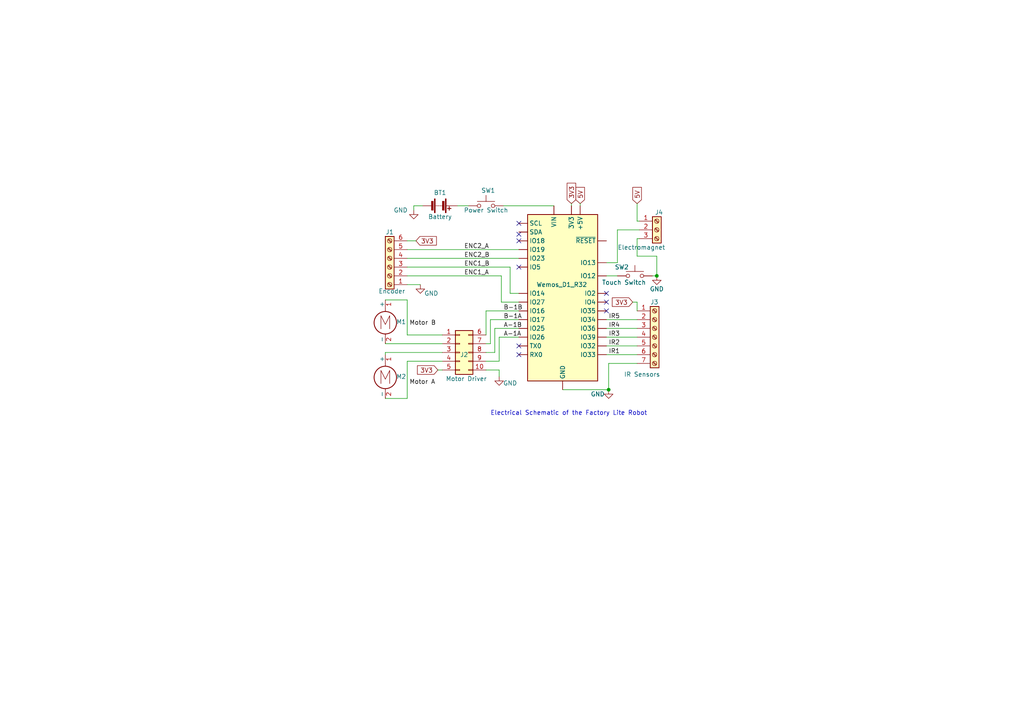
<source format=kicad_sch>
(kicad_sch (version 20211123) (generator eeschema)
  (paper "A4")
  (title_block (title "Factory Lite Robot") (comment 4 "Author: S M Firoj Mahmud"))
  (lib_symbols
    (symbol "Connector:Screw_Terminal_01x03" (pin_names (offset 1.016) hide)
      (property "Reference" "J" (at 0 5.08 0))
      (property "Value" "Screw_Terminal_01x03" (at 0 -5.08 0))
      (symbol "Screw_Terminal_01x03_1_1"
        (rectangle (start -1.27 3.81) (end 1.27 -3.81) (stroke (width 0.254)) (fill (type background)))
        (circle (center 0 -2.54) (radius 0.635) (stroke (width 0.1524)))
        (polyline (pts (xy -0.5334 -2.2098) (xy 0.3302 -3.048)) (stroke (width 0.1524)))
        (polyline (pts (xy -0.5334 0.3302) (xy 0.3302 -0.508)) (stroke (width 0.1524)))
        (polyline (pts (xy -0.5334 2.8702) (xy 0.3302 2.032)) (stroke (width 0.1524)))
        (polyline (pts (xy -0.3556 -2.032) (xy 0.508 -2.8702)) (stroke (width 0.1524)))
        (polyline (pts (xy -0.3556 0.508) (xy 0.508 -0.3302)) (stroke (width 0.1524)))
        (polyline (pts (xy -0.3556 3.048) (xy 0.508 2.2098)) (stroke (width 0.1524)))
        (circle (center 0 0) (radius 0.635) (stroke (width 0.1524)))
        (circle (center 0 2.54) (radius 0.635) (stroke (width 0.1524)))
        (pin passive line (at -5.08 2.54 0) (length 3.81) (name "Pin_1") (number "1"))
        (pin passive line (at -5.08 0 0) (length 3.81) (name "Pin_2") (number "2"))
        (pin passive line (at -5.08 -2.54 0) (length 3.81) (name "Pin_3") (number "3"))
      )
    )
    (symbol "Connector:Screw_Terminal_01x06" (pin_names (offset 1.016) hide)
      (property "Reference" "J" (at 0 7.62 0))
      (property "Value" "Screw_Terminal_01x06" (at 0 -10.16 0))
      (symbol "Screw_Terminal_01x06_1_1"
        (rectangle (start -1.27 6.35) (end 1.27 -8.89) (stroke (width 0.254)) (fill (type background)))
        (circle (center 0 -7.62) (radius 0.635) (stroke (width 0.1524)))
        (circle (center 0 -5.08) (radius 0.635) (stroke (width 0.1524)))
        (circle (center 0 -2.54) (radius 0.635) (stroke (width 0.1524)))
        (polyline (pts (xy -0.5334 -7.2898) (xy 0.3302 -8.128)) (stroke (width 0.1524)))
        (polyline (pts (xy -0.5334 -4.7498) (xy 0.3302 -5.588)) (stroke (width 0.1524)))
        (polyline (pts (xy -0.5334 -2.2098) (xy 0.3302 -3.048)) (stroke (width 0.1524)))
        (polyline (pts (xy -0.5334 0.3302) (xy 0.3302 -0.508)) (stroke (width 0.1524)))
        (polyline (pts (xy -0.5334 2.8702) (xy 0.3302 2.032)) (stroke (width 0.1524)))
        (polyline (pts (xy -0.5334 5.4102) (xy 0.3302 4.572)) (stroke (width 0.1524)))
        (polyline (pts (xy -0.3556 -7.112) (xy 0.508 -7.9502)) (stroke (width 0.1524)))
        (polyline (pts (xy -0.3556 -4.572) (xy 0.508 -5.4102)) (stroke (width 0.1524)))
        (polyline (pts (xy -0.3556 -2.032) (xy 0.508 -2.8702)) (stroke (width 0.1524)))
        (polyline (pts (xy -0.3556 0.508) (xy 0.508 -0.3302)) (stroke (width 0.1524)))
        (polyline (pts (xy -0.3556 3.048) (xy 0.508 2.2098)) (stroke (width 0.1524)))
        (polyline (pts (xy -0.3556 5.588) (xy 0.508 4.7498)) (stroke (width 0.1524)))
        (circle (center 0 0) (radius 0.635) (stroke (width 0.1524)))
        (circle (center 0 2.54) (radius 0.635) (stroke (width 0.1524)))
        (circle (center 0 5.08) (radius 0.635) (stroke (width 0.1524)))
        (pin passive line (at -5.08 5.08 0) (length 3.81) (name "Pin_1") (number "1"))
        (pin passive line (at -5.08 2.54 0) (length 3.81) (name "Pin_2") (number "2"))
        (pin passive line (at -5.08 0 0) (length 3.81) (name "Pin_3") (number "3"))
        (pin passive line (at -5.08 -2.54 0) (length 3.81) (name "Pin_4") (number "4"))
        (pin passive line (at -5.08 -5.08 0) (length 3.81) (name "Pin_5") (number "5"))
        (pin passive line (at -5.08 -7.62 0) (length 3.81) (name "Pin_6") (number "6"))
      )
    )
    (symbol "Connector:Screw_Terminal_01x07" (pin_names (offset 1.016) hide)
      (property "Reference" "J" (at 0 10.16 0))
      (property "Value" "Screw_Terminal_01x07" (at 0 -10.16 0))
      (symbol "Screw_Terminal_01x07_1_1"
        (rectangle (start -1.27 8.89) (end 1.27 -8.89) (stroke (width 0.254)) (fill (type background)))
        (circle (center 0 -7.62) (radius 0.635) (stroke (width 0.1524)))
        (circle (center 0 -5.08) (radius 0.635) (stroke (width 0.1524)))
        (circle (center 0 -2.54) (radius 0.635) (stroke (width 0.1524)))
        (polyline (pts (xy -0.5334 -7.2898) (xy 0.3302 -8.128)) (stroke (width 0.1524)))
        (polyline (pts (xy -0.5334 -4.7498) (xy 0.3302 -5.588)) (stroke (width 0.1524)))
        (polyline (pts (xy -0.5334 -2.2098) (xy 0.3302 -3.048)) (stroke (width 0.1524)))
        (polyline (pts (xy -0.5334 0.3302) (xy 0.3302 -0.508)) (stroke (width 0.1524)))
        (polyline (pts (xy -0.5334 2.8702) (xy 0.3302 2.032)) (stroke (width 0.1524)))
        (polyline (pts (xy -0.5334 5.4102) (xy 0.3302 4.572)) (stroke (width 0.1524)))
        (polyline (pts (xy -0.5334 7.9502) (xy 0.3302 7.112)) (stroke (width 0.1524)))
        (polyline (pts (xy -0.3556 -7.112) (xy 0.508 -7.9502)) (stroke (width 0.1524)))
        (polyline (pts (xy -0.3556 -4.572) (xy 0.508 -5.4102)) (stroke (width 0.1524)))
        (polyline (pts (xy -0.3556 -2.032) (xy 0.508 -2.8702)) (stroke (width 0.1524)))
        (polyline (pts (xy -0.3556 0.508) (xy 0.508 -0.3302)) (stroke (width 0.1524)))
        (polyline (pts (xy -0.3556 3.048) (xy 0.508 2.2098)) (stroke (width 0.1524)))
        (polyline (pts (xy -0.3556 5.588) (xy 0.508 4.7498)) (stroke (width 0.1524)))
        (polyline (pts (xy -0.3556 8.128) (xy 0.508 7.2898)) (stroke (width 0.1524)))
        (circle (center 0 0) (radius 0.635) (stroke (width 0.1524)))
        (circle (center 0 2.54) (radius 0.635) (stroke (width 0.1524)))
        (circle (center 0 5.08) (radius 0.635) (stroke (width 0.1524)))
        (circle (center 0 7.62) (radius 0.635) (stroke (width 0.1524)))
        (pin passive line (at -5.08 7.62 0) (length 3.81) (name "Pin_1") (number "1"))
        (pin passive line (at -5.08 5.08 0) (length 3.81) (name "Pin_2") (number "2"))
        (pin passive line (at -5.08 2.54 0) (length 3.81) (name "Pin_3") (number "3"))
        (pin passive line (at -5.08 0 0) (length 3.81) (name "Pin_4") (number "4"))
        (pin passive line (at -5.08 -2.54 0) (length 3.81) (name "Pin_5") (number "5"))
        (pin passive line (at -5.08 -5.08 0) (length 3.81) (name "Pin_6") (number "6"))
        (pin passive line (at -5.08 -7.62 0) (length 3.81) (name "Pin_7") (number "7"))
      )
    )
    (symbol "Connector_Generic:Conn_02x05_Top_Bottom" (pin_names (offset 1.016) hide)
      (property "Reference" "J" (at 1.27 7.62 0))
      (property "Value" "Conn_02x05_Top_Bottom" (at 1.27 -7.62 0))
      (symbol "Conn_02x05_Top_Bottom_1_1"
        (rectangle (start -1.27 -4.953) (end 0 -5.207) (stroke (width 0.1524)))
        (rectangle (start -1.27 -2.413) (end 0 -2.667) (stroke (width 0.1524)))
        (rectangle (start -1.27 0.127) (end 0 -0.127) (stroke (width 0.1524)))
        (rectangle (start -1.27 2.667) (end 0 2.413) (stroke (width 0.1524)))
        (rectangle (start -1.27 5.207) (end 0 4.953) (stroke (width 0.1524)))
        (rectangle (start -1.27 6.35) (end 3.81 -6.35) (stroke (width 0.254)) (fill (type background)))
        (rectangle (start 3.81 -4.953) (end 2.54 -5.207) (stroke (width 0.1524)))
        (rectangle (start 3.81 -2.413) (end 2.54 -2.667) (stroke (width 0.1524)))
        (rectangle (start 3.81 0.127) (end 2.54 -0.127) (stroke (width 0.1524)))
        (rectangle (start 3.81 2.667) (end 2.54 2.413) (stroke (width 0.1524)))
        (rectangle (start 3.81 5.207) (end 2.54 4.953) (stroke (width 0.1524)))
        (pin passive line (at -5.08 5.08 0) (length 3.81) (name "Pin_1") (number "1"))
        (pin passive line (at 7.62 -5.08 180) (length 3.81) (name "Pin_10") (number "10"))
        (pin passive line (at -5.08 2.54 0) (length 3.81) (name "Pin_2") (number "2"))
        (pin passive line (at -5.08 0 0) (length 3.81) (name "Pin_3") (number "3"))
        (pin passive line (at -5.08 -2.54 0) (length 3.81) (name "Pin_4") (number "4"))
        (pin passive line (at -5.08 -5.08 0) (length 3.81) (name "Pin_5") (number "5"))
        (pin passive line (at 7.62 5.08 180) (length 3.81) (name "Pin_6") (number "6"))
        (pin passive line (at 7.62 2.54 180) (length 3.81) (name "Pin_7") (number "7"))
        (pin passive line (at 7.62 0 180) (length 3.81) (name "Pin_8") (number "8"))
        (pin passive line (at 7.62 -2.54 180) (length 3.81) (name "Pin_9") (number "9"))
      )
    )
    (symbol "Device:Battery" (pin_numbers hide) (pin_names (offset 0) hide)
      (property "Reference" "BT" (at 2.54 2.54 0))
      (property "Value" "Battery" (at 2.54 0 0))
      (symbol "Battery_0_1"
        (rectangle (start -2.032 -1.397) (end 2.032 -1.651) (fill (type outline)))
        (rectangle (start -2.032 1.778) (end 2.032 1.524) (fill (type outline)))
        (rectangle (start -1.3208 -1.9812) (end 1.27 -2.4892) (fill (type outline)))
        (rectangle (start -1.3208 1.1938) (end 1.27 0.6858) (fill (type outline)))
        (polyline (pts (xy 0 -1.524) (xy 0 -1.27)))
        (polyline (pts (xy 0 -1.016) (xy 0 -0.762)))
        (polyline (pts (xy 0 -0.508) (xy 0 -0.254)))
        (polyline (pts (xy 0 0) (xy 0 0.254)))
        (polyline (pts (xy 0 0.508) (xy 0 0.762)))
        (polyline (pts (xy 0 1.778) (xy 0 2.54)))
        (polyline (pts (xy 0.254 2.667) (xy 1.27 2.667)) (stroke (width 0.254)))
        (polyline (pts (xy 0.762 3.175) (xy 0.762 2.159)) (stroke (width 0.254)))
      )
      (symbol "Battery_1_1"
        (pin passive line (at 0 5.08 270) (length 2.54) (name "+") (number "1"))
        (pin passive line (at 0 -5.08 90) (length 2.54) (name "-") (number "2"))
      )
    )
    (symbol "Motor:Motor_DC" (pin_names (offset 0))
      (property "Reference" "M" (at 2.54 2.54 0))
      (property "Value" "Motor_DC" (at 2.54 -5.08 0))
      (symbol "Motor_DC_0_0"
        (polyline (pts (xy -1.27 -3.302) (xy -1.27 0.508) (xy 0 -2.032) (xy 1.27 0.508) (xy 1.27 -3.302)))
      )
      (symbol "Motor_DC_0_1"
        (circle (center 0 -1.524) (radius 3.2512) (stroke (width 0.254)))
        (polyline (pts (xy 0 -7.62) (xy 0 -7.112)))
        (polyline (pts (xy 0 -4.7752) (xy 0 -5.1816)))
        (polyline (pts (xy 0 1.7272) (xy 0 2.0828)))
        (polyline (pts (xy 0 2.032) (xy 0 2.54)))
      )
      (symbol "Motor_DC_1_1"
        (pin passive line (at 0 5.08 270) (length 2.54) (name "+") (number "1"))
        (pin passive line (at 0 -7.62 90) (length 2.54) (name "-") (number "2"))
      )
    )
    (symbol "Switch:SW_MEC_5G" (pin_numbers hide) (pin_names (offset 1.016) hide)
      (property "Reference" "SW" (at 1.27 2.54 0))
      (property "Value" "SW_MEC_5G" (at 0 -1.524 0))
      (symbol "SW_MEC_5G_0_1"
        (circle (center -2.032 0) (radius 0.508))
        (polyline (pts (xy 0 1.27) (xy 0 3.048)))
        (polyline (pts (xy 2.54 1.27) (xy -2.54 1.27)))
        (circle (center 2.032 0) (radius 0.508))
        (pin passive line (at -5.08 0 0) (length 2.54) (name "A") (number "1"))
        (pin passive line (at 5.08 0 180) (length 2.54) (name "B") (number "3"))
      )
      (symbol "SW_MEC_5G_1_1"
        (pin passive line (at -5.08 0 0) (length 2.54) hide (name "A") (number "2"))
        (pin passive line (at 5.08 0 180) (length 2.54) hide (name "B") (number "4"))
      )
    )
    (symbol "Wemos_D1_R32_1"
      (property "Reference" "A" (at -10.16 23.495 0))
      (property "Value" "Wemos_D1_R32_1" (at 5.08 -26.67 0))
      (symbol "Wemos_D1_R32_1_0_1"
        (rectangle (start -10.16 22.86) (end 10.16 -25.4) (stroke (width 0.254)) (fill (type background)))
      )
      (symbol "Wemos_D1_R32_1_1_1"
        (pin no_connect line (at -10.16 -20.32 0) (length 2.54) hide (name "NC") (number "1"))
        (pin bidirectional line (at -12.7 -17.78 0) (length 2.54) (name "RX0") (number "1"))
        (pin bidirectional line (at 12.7 -2.54 180) (length 2.54) (name "IO4") (number "10"))
        (pin bidirectional line (at 12.7 -5.08 180) (length 2.54) (name "IO35") (number "11"))
        (pin bidirectional line (at 12.7 -7.62 180) (length 2.54) (name "IO34") (number "12"))
        (pin bidirectional line (at 12.7 -10.16 180) (length 2.54) (name "IO36") (number "13"))
        (pin bidirectional line (at 12.7 -15.24 180) (length 2.54) (name "IO32") (number "14"))
        (pin bidirectional line (at 12.7 -17.78 180) (length 2.54) (name "IO33") (number "14"))
        (pin bidirectional line (at 12.7 -12.7 180) (length 2.54) (name "IO39") (number "14"))
        (pin bidirectional line (at -12.7 15.24 0) (length 2.54) (name "IO18") (number "15"))
        (pin bidirectional line (at -12.7 20.32 0) (length 2.54) (name "SCL") (number "15"))
        (pin bidirectional line (at -12.7 17.78 0) (length 2.54) (name "SDA") (number "15"))
        (pin bidirectional line (at -12.7 12.7 0) (length 2.54) (name "IO19") (number "16"))
        (pin bidirectional line (at -12.7 10.16 0) (length 2.54) (name "IO23") (number "17"))
        (pin bidirectional line (at -12.7 7.62 0) (length 2.54) (name "IO5") (number "18"))
        (pin bidirectional line (at 12.7 8.89 180) (length 2.54) (name "IO13") (number "19"))
        (pin bidirectional line (at -12.7 -15.24 0) (length 2.54) (name "TX0") (number "2"))
        (pin bidirectional line (at 12.7 5.08 180) (length 2.54) (name "IO12") (number "20"))
        (pin bidirectional line (at -12.7 0 0) (length 2.54) (name "IO14") (number "21"))
        (pin bidirectional line (at -12.7 -2.54 0) (length 2.54) (name "IO27") (number "22"))
        (pin bidirectional line (at -12.7 -5.08 0) (length 2.54) (name "IO16") (number "23"))
        (pin bidirectional line (at -12.7 -7.62 0) (length 2.54) (name "IO17") (number "24"))
        (pin bidirectional line (at -12.7 -10.16 0) (length 2.54) (name "IO25") (number "25"))
        (pin power_in line (at 0 -27.94 90) (length 2.54) (name "GND") (number "29"))
        (pin bidirectional line (at -12.7 -12.7 0) (length 2.54) (name "IO26") (number "3"))
        (pin input line (at 12.7 15.24 180) (length 2.54) (name "~{RESET}") (number "3"))
        (pin power_out line (at 2.54 25.4 270) (length 2.54) (name "3V3") (number "4"))
        (pin power_out line (at 5.08 25.4 270) (length 2.54) (name "+5V") (number "5"))
        (pin power_in line (at -2.54 25.4 270) (length 2.54) (name "VIN") (number "8"))
        (pin bidirectional line (at 12.7 0 180) (length 2.54) (name "IO2") (number "9"))
      )
    )
    (symbol "power:GND" (power) (pin_names (offset 0))
      (property "Value" "GND" (at 0 -3.81 0))
      (symbol "GND_0_1"
        (polyline (pts (xy 0 0) (xy 0 -1.27) (xy 1.27 -1.27) (xy 0 -2.54) (xy -1.27 -1.27) (xy 0 -1.27)))
      )
      (symbol "GND_1_1"
        (pin power_in line (at 0 0 270) (length 0) hide (name "GND") (number "1"))
      )
    )
  )
  (junction (at 176.53 113.03))
  (junction (at 190.5 80.01))
  (no_connect (at 175.895 87.63))
  (no_connect (at 175.895 90.17))
  (no_connect (at 175.895 85.09))
  (no_connect (at 150.495 77.47))
  (no_connect (at 150.495 102.87))
  (no_connect (at 150.495 67.945))
  (no_connect (at 150.495 64.77))
  (no_connect (at 150.495 100.33))
  (no_connect (at 150.495 69.85))
  (wire (pts (xy 150.495 85.09) (xy 147.955 85.09)))
  (wire (pts (xy 183.515 87.63) (xy 184.785 87.63)))
  (wire (pts (xy 140.97 102.235) (xy 143.51 102.235)))
  (wire (pts (xy 175.895 100.33) (xy 184.785 100.33)))
  (wire (pts (xy 184.785 64.135) (xy 185.42 64.135)))
  (wire (pts (xy 111.76 102.235) (xy 128.27 102.235)))
  (wire (pts (xy 179.07 66.675) (xy 185.42 66.675)))
  (wire (pts (xy 175.895 95.25) (xy 184.785 95.25)))
  (wire (pts (xy 111.76 102.235) (xy 111.76 102.87)))
  (wire (pts (xy 163.195 113.03) (xy 176.53 113.03)))
  (wire (pts (xy 190.5 80.01) (xy 190.5 74.295)))
  (wire (pts (xy 118.11 97.155) (xy 128.27 97.155)))
  (wire (pts (xy 147.955 77.47) (xy 118.11 77.47)))
  (wire (pts (xy 118.11 97.155) (xy 118.11 86.995)))
  (wire (pts (xy 145.415 80.01) (xy 145.415 87.63)))
  (wire (pts (xy 184.785 105.41) (xy 176.53 105.41)))
  (wire (pts (xy 118.11 80.01) (xy 145.415 80.01)))
  (wire (pts (xy 165.735 59.055) (xy 165.735 59.69)))
  (wire (pts (xy 111.76 99.695) (xy 128.27 99.695)))
  (wire (pts (xy 168.275 59.055) (xy 168.275 59.69)))
  (wire (pts (xy 140.97 90.17) (xy 140.97 97.155)))
  (wire (pts (xy 176.53 105.41) (xy 176.53 113.03)))
  (wire (pts (xy 142.24 92.71) (xy 142.24 99.695)))
  (wire (pts (xy 175.895 92.71) (xy 184.785 92.71)))
  (wire (pts (xy 111.76 86.995) (xy 118.11 86.995)))
  (wire (pts (xy 184.785 69.215) (xy 185.42 69.215)))
  (wire (pts (xy 142.24 99.695) (xy 140.97 99.695)))
  (wire (pts (xy 150.495 97.79) (xy 144.78 97.79)))
  (wire (pts (xy 175.895 97.79) (xy 184.785 97.79)))
  (wire (pts (xy 143.51 95.25) (xy 150.495 95.25)))
  (wire (pts (xy 132.715 59.69) (xy 135.89 59.69)))
  (wire (pts (xy 118.11 82.55) (xy 121.92 82.55)))
  (wire (pts (xy 146.05 59.69) (xy 160.655 59.69)))
  (wire (pts (xy 175.895 76.2) (xy 179.07 76.2)))
  (wire (pts (xy 184.785 87.63) (xy 184.785 90.17)))
  (wire (pts (xy 150.495 90.17) (xy 140.97 90.17)))
  (wire (pts (xy 145.415 87.63) (xy 150.495 87.63)))
  (wire (pts (xy 184.785 69.215) (xy 184.785 74.295)))
  (wire (pts (xy 122.555 59.69) (xy 120.015 59.69)))
  (wire (pts (xy 189.23 80.01) (xy 190.5 80.01)))
  (wire (pts (xy 175.895 102.87) (xy 184.785 102.87)))
  (wire (pts (xy 118.11 104.775) (xy 118.11 115.57)))
  (wire (pts (xy 190.5 74.295) (xy 184.785 74.295)))
  (wire (pts (xy 184.785 59.055) (xy 184.785 64.135)))
  (wire (pts (xy 147.955 85.09) (xy 147.955 77.47)))
  (wire (pts (xy 118.11 115.57) (xy 111.76 115.57)))
  (wire (pts (xy 175.895 80.01) (xy 179.07 80.01)))
  (wire (pts (xy 143.51 102.235) (xy 143.51 95.25)))
  (wire (pts (xy 120.015 59.69) (xy 120.015 60.96)))
  (wire (pts (xy 118.11 74.93) (xy 150.495 74.93)))
  (wire (pts (xy 118.11 72.39) (xy 150.495 72.39)))
  (wire (pts (xy 127 107.315) (xy 128.27 107.315)))
  (wire (pts (xy 144.78 104.775) (xy 140.97 104.775)))
  (wire (pts (xy 128.27 104.775) (xy 118.11 104.775)))
  (wire (pts (xy 179.07 66.675) (xy 179.07 76.2)))
  (wire (pts (xy 144.78 109.22) (xy 144.78 107.315)))
  (wire (pts (xy 118.11 69.85) (xy 120.65 69.85)))
  (wire (pts (xy 150.495 92.71) (xy 142.24 92.71)))
  (wire (pts (xy 144.78 97.79) (xy 144.78 104.775)))
  (wire (pts (xy 140.97 107.315) (xy 144.78 107.315)))
  (text "Electrical Schematic of the Factory Lite Robot" (at 142.24 120.65 0) (effects (font (size 1.27 1.27)) (justify left bottom)))
  (label "ENC1_B" (at 134.62 77.47 0))
  (label "A-1A" (at 146.05 97.79 0))
  (label "A-1B" (at 146.05 95.25 0))
  (label "ENC1_A" (at 134.62 80.01 0))
  (label "IR1" (at 176.53 102.87 0))
  (label "B-1A" (at 146.05 92.71 0))
  (label "ENC2_A" (at 134.62 72.39 0))
  (label "IR4" (at 176.53 95.25 0))
  (label "B-1B" (at 146.05 90.17 0))
  (label "Motor A" (at 118.745 111.76 0))
  (label "IR3" (at 176.53 97.79 0))
  (label "Motor B" (at 118.745 94.615 0))
  (label "ENC2_B" (at 134.62 74.93 0))
  (label "IR5" (at 176.53 92.71 0))
  (label "IR2" (at 176.53 100.33 0))
  (global_label "5V" (shape input) (at 168.275 59.055 90) (property "Intersheet References" "${INTERSHEET_REFS}" (effects hide)))
  (global_label "3V3" (shape input) (at 120.65 69.85 0) (property "Intersheet References" "${INTERSHEET_REFS}" (effects hide)))
  (global_label "5V" (shape input) (at 184.785 59.055 90) (property "Intersheet References" "${INTERSHEET_REFS}" (effects hide)))
  (global_label "3V3" (shape input) (at 127 107.315 180) (property "Intersheet References" "${INTERSHEET_REFS}" (effects hide)))
  (global_label "3V3" (shape input) (at 183.515 87.63 180) (property "Intersheet References" "${INTERSHEET_REFS}" (effects hide)))
  (global_label "3V3" (shape input) (at 165.735 59.055 90) (property "Intersheet References" "${INTERSHEET_REFS}" (effects hide)))
  (symbol (lib_id "Device:Battery") (at 127.635 59.69 270) (unit 1)
    (property "Reference" "BT1" (at 127.635 55.88 90))
    (property "Value" "Battery" (at 127.635 62.865 90))
  )
  (symbol (lib_id "power:GND") (at 120.015 60.96 0) (unit 1)
    (property "Reference" "#PWR01" (effects hide))
    (property "Value" "GND" (at 116.205 60.96 0))
  )
  (symbol (lib_name "Wemos_D1_R32_1") (lib_id "MCU_Module:Wemos_D1_R32") (at 163.195 85.09 0) (unit 1)
    (property "Reference" "A1" (effects hide))
    (property "Value" "Wemos_D1_R32" (at 155.575 82.55 0) (effects (justify left)))
    (property "Footprint" "Module:Arduino_UNO_R2" (effects hide))
    (property "Datasheet" "https://www.arduino.cc/en/Main/arduinoBoardUno" (effects hide))
  )
  (symbol (lib_id "Motor:Motor_DC") (at 111.76 107.95 0) (unit 1)
    (property "Reference" "M2" (at 114.935 109.22 0) (effects (justify left)))
    (property "Value" "Motor_DC" (effects hide))
  )
  (symbol (lib_id "Connector_Generic:Conn_02x05_Top_Bottom") (at 133.35 102.235 0) (unit 1)
    (property "Reference" "J2" (at 134.62 102.87 0))
    (property "Value" "Motor Driver" (at 135.255 109.855 0))
  )
  (symbol (lib_id "Connector:Screw_Terminal_01x03") (at 190.5 66.675 0) (unit 1)
    (property "Reference" "J4" (at 191.135 61.595 0))
    (property "Value" "Electromagnet" (at 186.055 71.755 0))
  )
  (symbol (lib_id "Connector:Screw_Terminal_01x07") (at 189.865 97.79 0) (unit 1)
    (property "Reference" "J3" (at 188.595 87.63 0) (effects (justify left)))
    (property "Value" "IR Sensors" (at 180.975 108.585 0) (effects (justify left)))
  )
  (symbol (lib_id "power:GND") (at 144.78 109.22 0) (unit 1)
    (property "Reference" "#PWR03" (effects hide))
    (property "Value" "GND" (at 147.955 111.125 0))
  )
  (symbol (lib_id "power:GND") (at 176.53 113.03 0) (unit 1)
    (property "Reference" "#PWR04" (effects hide))
    (property "Value" "GND" (at 173.355 114.3 0))
  )
  (symbol (lib_id "Switch:SW_MEC_5G") (at 140.97 59.69 0) (unit 1)
    (property "Reference" "SW1" (at 141.605 55.245 0))
    (property "Value" "Power Switch" (at 140.97 60.96 0))
    (property "Datasheet" "http://www.apem.com/int/index.php?controller=attachment&id_attachment=488" (effects hide))
  )
  (symbol (lib_id "Motor:Motor_DC") (at 111.76 92.075 0) (unit 1)
    (property "Reference" "M1" (at 114.935 93.345 0) (effects (justify left)))
    (property "Value" "Motor_DC" (effects hide))
  )
  (symbol (lib_id "power:GND") (at 121.92 82.55 0) (unit 1)
    (property "Reference" "#PWR02" (effects hide))
    (property "Value" "GND" (at 125.095 85.09 0))
  )
  (symbol (lib_id "Switch:SW_MEC_5G") (at 184.15 80.01 0) (unit 1)
    (property "Reference" "SW2" (at 180.34 77.47 0))
    (property "Value" "Touch Switch" (at 180.975 81.915 0))
    (property "Datasheet" "http://www.apem.com/int/index.php?controller=attachment&id_attachment=488" (effects hide))
  )
  (symbol (lib_id "power:GND") (at 190.5 80.01 0) (unit 1)
    (property "Reference" "#PWR05" (effects hide))
    (property "Value" "GND" (at 190.5 83.82 0))
  )
  (symbol (lib_id "Connector:Screw_Terminal_01x06") (at 113.03 77.47 180) (unit 1)
    (property "Reference" "J1" (at 113.03 67.31 0))
    (property "Value" "Encoder" (at 113.665 84.455 0))
  )
)
</source>
